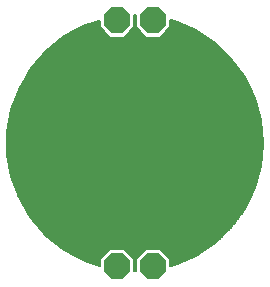
<source format=gbl>
G75*
%MOIN*%
%OFA0B0*%
%FSLAX25Y25*%
%IPPOS*%
%LPD*%
%AMOC8*
5,1,8,0,0,1.08239X$1,22.5*
%
%ADD10C,0.70000*%
%ADD11OC8,0.08600*%
%ADD12C,0.00600*%
%ADD13C,0.03762*%
%ADD14C,0.02778*%
D10*
X0046600Y0047850D03*
D11*
X0040600Y0088850D03*
X0052600Y0088850D03*
X0052600Y0006850D03*
X0040600Y0006850D03*
D12*
X0020559Y0014222D02*
X0072853Y0014222D01*
X0073223Y0014466D02*
X0066834Y0010249D01*
X0059795Y0007240D01*
X0058400Y0006921D01*
X0058400Y0009252D01*
X0055002Y0012650D01*
X0050198Y0012650D01*
X0046800Y0009252D01*
X0046800Y0005288D01*
X0046400Y0005270D01*
X0046400Y0009252D01*
X0043002Y0012650D01*
X0038198Y0012650D01*
X0034800Y0009252D01*
X0034800Y0006967D01*
X0029818Y0008586D01*
X0023077Y0012214D01*
X0017092Y0016987D01*
X0012055Y0022752D01*
X0008129Y0029323D01*
X0005439Y0036490D01*
X0004072Y0044022D01*
X0004072Y0051678D01*
X0005439Y0059210D01*
X0008129Y0066377D01*
X0012055Y0072948D01*
X0017092Y0078713D01*
X0023077Y0083486D01*
X0029818Y0087114D01*
X0034800Y0088733D01*
X0034800Y0086448D01*
X0038198Y0083050D01*
X0043002Y0083050D01*
X0046400Y0086448D01*
X0046400Y0090430D01*
X0046800Y0090412D01*
X0046800Y0086448D01*
X0050198Y0083050D01*
X0055002Y0083050D01*
X0058400Y0086448D01*
X0058400Y0088779D01*
X0059795Y0088460D01*
X0066834Y0085451D01*
X0073223Y0081234D01*
X0078756Y0075944D01*
X0083256Y0069751D01*
X0086577Y0062854D01*
X0088614Y0055474D01*
X0089300Y0047850D01*
X0088614Y0040226D01*
X0088614Y0040226D01*
X0086577Y0032846D01*
X0083256Y0025949D01*
X0078756Y0019756D01*
X0073223Y0014466D01*
X0073594Y0014820D02*
X0019808Y0014820D01*
X0019058Y0015419D02*
X0074220Y0015419D01*
X0074846Y0016017D02*
X0018307Y0016017D01*
X0017557Y0016616D02*
X0075472Y0016616D01*
X0076098Y0017214D02*
X0016893Y0017214D01*
X0016370Y0017813D02*
X0076724Y0017813D01*
X0077350Y0018411D02*
X0015847Y0018411D01*
X0015324Y0019010D02*
X0077976Y0019010D01*
X0078602Y0019608D02*
X0014801Y0019608D01*
X0014278Y0020207D02*
X0079084Y0020207D01*
X0078756Y0019756D02*
X0078756Y0019756D01*
X0079519Y0020805D02*
X0013755Y0020805D01*
X0013232Y0021404D02*
X0079953Y0021404D01*
X0080388Y0022002D02*
X0012710Y0022002D01*
X0012187Y0022601D02*
X0080823Y0022601D01*
X0081258Y0023199D02*
X0011787Y0023199D01*
X0011430Y0023798D02*
X0081693Y0023798D01*
X0082128Y0024396D02*
X0011072Y0024396D01*
X0010715Y0024995D02*
X0082562Y0024995D01*
X0082997Y0025593D02*
X0010357Y0025593D01*
X0009999Y0026192D02*
X0083373Y0026192D01*
X0083661Y0026790D02*
X0009642Y0026790D01*
X0009284Y0027389D02*
X0083949Y0027389D01*
X0084237Y0027987D02*
X0008927Y0027987D01*
X0008569Y0028586D02*
X0084526Y0028586D01*
X0084814Y0029184D02*
X0008211Y0029184D01*
X0007956Y0029783D02*
X0085102Y0029783D01*
X0085390Y0030382D02*
X0007731Y0030382D01*
X0007507Y0030980D02*
X0085678Y0030980D01*
X0085967Y0031579D02*
X0007282Y0031579D01*
X0007058Y0032177D02*
X0086255Y0032177D01*
X0086543Y0032776D02*
X0006833Y0032776D01*
X0006608Y0033374D02*
X0086723Y0033374D01*
X0086888Y0033973D02*
X0006384Y0033973D01*
X0006159Y0034571D02*
X0087053Y0034571D01*
X0087218Y0035170D02*
X0005934Y0035170D01*
X0005710Y0035768D02*
X0087384Y0035768D01*
X0087549Y0036367D02*
X0005485Y0036367D01*
X0005353Y0036965D02*
X0087714Y0036965D01*
X0087879Y0037564D02*
X0005244Y0037564D01*
X0005135Y0038162D02*
X0088044Y0038162D01*
X0088209Y0038761D02*
X0005027Y0038761D01*
X0004918Y0039359D02*
X0088375Y0039359D01*
X0088540Y0039958D02*
X0004810Y0039958D01*
X0004701Y0040556D02*
X0088644Y0040556D01*
X0088697Y0041155D02*
X0004592Y0041155D01*
X0004484Y0041753D02*
X0088751Y0041753D01*
X0088805Y0042352D02*
X0004375Y0042352D01*
X0004266Y0042950D02*
X0088859Y0042950D01*
X0088913Y0043549D02*
X0004158Y0043549D01*
X0004072Y0044147D02*
X0088967Y0044147D01*
X0089021Y0044746D02*
X0004072Y0044746D01*
X0004072Y0045344D02*
X0089074Y0045344D01*
X0089128Y0045943D02*
X0004072Y0045943D01*
X0004072Y0046541D02*
X0089182Y0046541D01*
X0089236Y0047140D02*
X0004072Y0047140D01*
X0004072Y0047738D02*
X0089290Y0047738D01*
X0089256Y0048337D02*
X0004072Y0048337D01*
X0004072Y0048935D02*
X0089202Y0048935D01*
X0089148Y0049534D02*
X0004072Y0049534D01*
X0004072Y0050132D02*
X0089095Y0050132D01*
X0089041Y0050731D02*
X0004072Y0050731D01*
X0004072Y0051329D02*
X0088987Y0051329D01*
X0088933Y0051928D02*
X0004117Y0051928D01*
X0004226Y0052526D02*
X0088879Y0052526D01*
X0088825Y0053125D02*
X0004335Y0053125D01*
X0004443Y0053723D02*
X0088771Y0053723D01*
X0088718Y0054322D02*
X0004552Y0054322D01*
X0004660Y0054920D02*
X0088664Y0054920D01*
X0088601Y0055519D02*
X0004769Y0055519D01*
X0004878Y0056118D02*
X0088436Y0056118D01*
X0088271Y0056716D02*
X0004986Y0056716D01*
X0005095Y0057315D02*
X0088106Y0057315D01*
X0087941Y0057913D02*
X0005203Y0057913D01*
X0005312Y0058512D02*
X0087776Y0058512D01*
X0087610Y0059110D02*
X0005421Y0059110D01*
X0005626Y0059709D02*
X0087445Y0059709D01*
X0087280Y0060307D02*
X0005851Y0060307D01*
X0006075Y0060906D02*
X0087115Y0060906D01*
X0086950Y0061504D02*
X0006300Y0061504D01*
X0006524Y0062103D02*
X0086784Y0062103D01*
X0086619Y0062701D02*
X0006749Y0062701D01*
X0006974Y0063300D02*
X0086362Y0063300D01*
X0086074Y0063898D02*
X0007198Y0063898D01*
X0007423Y0064497D02*
X0085786Y0064497D01*
X0085498Y0065095D02*
X0007648Y0065095D01*
X0007872Y0065694D02*
X0085210Y0065694D01*
X0084921Y0066292D02*
X0008097Y0066292D01*
X0008436Y0066891D02*
X0084633Y0066891D01*
X0084345Y0067489D02*
X0008793Y0067489D01*
X0009151Y0068088D02*
X0084057Y0068088D01*
X0083768Y0068686D02*
X0009508Y0068686D01*
X0009866Y0069285D02*
X0083480Y0069285D01*
X0083159Y0069883D02*
X0010224Y0069883D01*
X0010581Y0070482D02*
X0082725Y0070482D01*
X0082290Y0071080D02*
X0010939Y0071080D01*
X0011296Y0071679D02*
X0081855Y0071679D01*
X0081420Y0072277D02*
X0011654Y0072277D01*
X0012012Y0072876D02*
X0080985Y0072876D01*
X0080550Y0073474D02*
X0012514Y0073474D01*
X0013037Y0074073D02*
X0080116Y0074073D01*
X0079681Y0074671D02*
X0013560Y0074671D01*
X0014083Y0075270D02*
X0079246Y0075270D01*
X0078811Y0075868D02*
X0014606Y0075868D01*
X0015129Y0076467D02*
X0078209Y0076467D01*
X0077583Y0077065D02*
X0015652Y0077065D01*
X0016175Y0077664D02*
X0076957Y0077664D01*
X0076331Y0078262D02*
X0016698Y0078262D01*
X0017277Y0078861D02*
X0075705Y0078861D01*
X0075079Y0079459D02*
X0018027Y0079459D01*
X0018778Y0080058D02*
X0074453Y0080058D01*
X0073827Y0080656D02*
X0019528Y0080656D01*
X0020279Y0081255D02*
X0073192Y0081255D01*
X0072285Y0081853D02*
X0021029Y0081853D01*
X0021780Y0082452D02*
X0071378Y0082452D01*
X0070471Y0083051D02*
X0055003Y0083051D01*
X0055601Y0083649D02*
X0069565Y0083649D01*
X0068658Y0084248D02*
X0056200Y0084248D01*
X0056798Y0084846D02*
X0067751Y0084846D01*
X0066845Y0085445D02*
X0057397Y0085445D01*
X0057995Y0086043D02*
X0065450Y0086043D01*
X0064050Y0086642D02*
X0058400Y0086642D01*
X0058400Y0087240D02*
X0062649Y0087240D01*
X0061249Y0087839D02*
X0058400Y0087839D01*
X0058400Y0088437D02*
X0059849Y0088437D01*
X0050197Y0083051D02*
X0043003Y0083051D01*
X0043601Y0083649D02*
X0049599Y0083649D01*
X0049000Y0084248D02*
X0044200Y0084248D01*
X0044798Y0084846D02*
X0048402Y0084846D01*
X0047803Y0085445D02*
X0045397Y0085445D01*
X0045995Y0086043D02*
X0047204Y0086043D01*
X0046800Y0086642D02*
X0046400Y0086642D01*
X0046400Y0087240D02*
X0046800Y0087240D01*
X0046800Y0087839D02*
X0046400Y0087839D01*
X0046400Y0088437D02*
X0046800Y0088437D01*
X0046800Y0089036D02*
X0046400Y0089036D01*
X0046400Y0089634D02*
X0046800Y0089634D01*
X0046800Y0090233D02*
X0046400Y0090233D01*
X0037599Y0083649D02*
X0023379Y0083649D01*
X0022530Y0083051D02*
X0038197Y0083051D01*
X0037000Y0084248D02*
X0024491Y0084248D01*
X0025604Y0084846D02*
X0036402Y0084846D01*
X0035803Y0085445D02*
X0026716Y0085445D01*
X0027828Y0086043D02*
X0035204Y0086043D01*
X0034800Y0086642D02*
X0028940Y0086642D01*
X0030206Y0087240D02*
X0034800Y0087240D01*
X0034800Y0087839D02*
X0032048Y0087839D01*
X0033890Y0088437D02*
X0034800Y0088437D01*
X0021309Y0013623D02*
X0071947Y0013623D01*
X0071040Y0013025D02*
X0022060Y0013025D01*
X0022810Y0012426D02*
X0037974Y0012426D01*
X0037375Y0011828D02*
X0023794Y0011828D01*
X0024906Y0011229D02*
X0036777Y0011229D01*
X0036178Y0010631D02*
X0026019Y0010631D01*
X0027131Y0010032D02*
X0035580Y0010032D01*
X0034981Y0009434D02*
X0028243Y0009434D01*
X0029355Y0008835D02*
X0034800Y0008835D01*
X0034800Y0008237D02*
X0030894Y0008237D01*
X0032736Y0007638D02*
X0034800Y0007638D01*
X0034800Y0007040D02*
X0034578Y0007040D01*
X0043226Y0012426D02*
X0049974Y0012426D01*
X0049375Y0011828D02*
X0043825Y0011828D01*
X0044423Y0011229D02*
X0048777Y0011229D01*
X0048178Y0010631D02*
X0045022Y0010631D01*
X0045620Y0010032D02*
X0047580Y0010032D01*
X0046981Y0009434D02*
X0046219Y0009434D01*
X0046400Y0008835D02*
X0046800Y0008835D01*
X0046800Y0008237D02*
X0046400Y0008237D01*
X0046400Y0007638D02*
X0046800Y0007638D01*
X0046800Y0007040D02*
X0046400Y0007040D01*
X0046400Y0006441D02*
X0046800Y0006441D01*
X0046800Y0005843D02*
X0046400Y0005843D01*
X0055226Y0012426D02*
X0070133Y0012426D01*
X0069226Y0011828D02*
X0055825Y0011828D01*
X0056423Y0011229D02*
X0068320Y0011229D01*
X0067413Y0010631D02*
X0057022Y0010631D01*
X0057620Y0010032D02*
X0066328Y0010032D01*
X0064928Y0009434D02*
X0058219Y0009434D01*
X0058400Y0008835D02*
X0063527Y0008835D01*
X0062127Y0008237D02*
X0058400Y0008237D01*
X0058400Y0007638D02*
X0060727Y0007638D01*
X0058918Y0007040D02*
X0058400Y0007040D01*
D13*
X0054725Y0025350D03*
X0054725Y0030350D03*
X0060350Y0036600D03*
X0060350Y0057850D03*
X0065350Y0057850D03*
X0059100Y0064100D03*
X0059100Y0069100D03*
D14*
X0060350Y0011600D03*
X0064100Y0011600D03*
M02*

</source>
